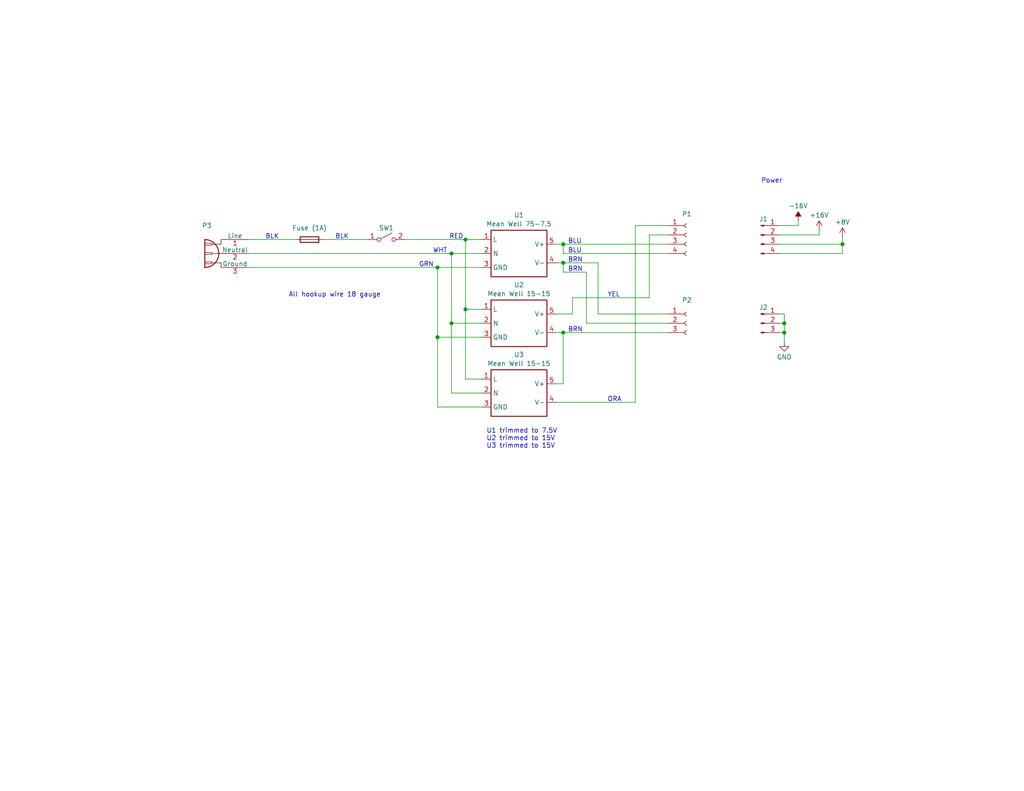
<source format=kicad_sch>
(kicad_sch (version 20230121) (generator eeschema)

  (uuid ea0c2822-2a3b-4318-a4e1-6ea16625a144)

  (paper "A")

  (title_block
    (title "Mini-Backplane")
    (date "2023-11-25")
    (rev "---")
  )

  (lib_symbols
    (symbol "mini-backplane:+16V" (power) (pin_names (offset 0)) (in_bom yes) (on_board yes)
      (property "Reference" "#PWR" (at 0 2.54 0)
        (effects (font (size 1.27 1.27)) hide)
      )
      (property "Value" "+16V" (at 0 3.556 0)
        (effects (font (size 1.27 1.27)))
      )
      (property "Footprint" "" (at 0 0 0)
        (effects (font (size 1.27 1.27)) hide)
      )
      (property "Datasheet" "" (at 0 0 0)
        (effects (font (size 1.27 1.27)) hide)
      )
      (symbol "+16V_0_1"
        (polyline
          (pts
            (xy -0.762 1.27)
            (xy 0 2.54)
          )
          (stroke (width 0) (type default))
          (fill (type none))
        )
        (polyline
          (pts
            (xy 0 0)
            (xy 0 2.54)
          )
          (stroke (width 0) (type default))
          (fill (type none))
        )
        (polyline
          (pts
            (xy 0 2.54)
            (xy 0.762 1.27)
          )
          (stroke (width 0) (type default))
          (fill (type none))
        )
      )
      (symbol "+16V_1_1"
        (pin power_in line (at 0 0 90) (length 0) hide
          (name "+16V" (effects (font (size 1.27 1.27))))
          (number "1" (effects (font (size 1.27 1.27))))
        )
      )
    )
    (symbol "mini-backplane:+8V" (power) (pin_names (offset 0)) (in_bom yes) (on_board yes)
      (property "Reference" "#PWR" (at 0 2.54 0)
        (effects (font (size 1.27 1.27)) hide)
      )
      (property "Value" "+8V" (at 0 3.556 0)
        (effects (font (size 1.27 1.27)))
      )
      (property "Footprint" "" (at 0 0 0)
        (effects (font (size 1.27 1.27)) hide)
      )
      (property "Datasheet" "" (at 0 0 0)
        (effects (font (size 1.27 1.27)) hide)
      )
      (symbol "+8V_0_1"
        (polyline
          (pts
            (xy -0.762 1.27)
            (xy 0 2.54)
          )
          (stroke (width 0) (type default))
          (fill (type none))
        )
        (polyline
          (pts
            (xy 0 0)
            (xy 0 2.54)
          )
          (stroke (width 0) (type default))
          (fill (type none))
        )
        (polyline
          (pts
            (xy 0 2.54)
            (xy 0.762 1.27)
          )
          (stroke (width 0) (type default))
          (fill (type none))
        )
      )
      (symbol "+8V_1_1"
        (pin power_in line (at 0 0 90) (length 0) hide
          (name "+8V" (effects (font (size 1.27 1.27))))
          (number "1" (effects (font (size 1.27 1.27))))
        )
      )
    )
    (symbol "mini-backplane:-16V" (power) (pin_names (offset 0)) (in_bom yes) (on_board yes)
      (property "Reference" "#PWR" (at 0 2.54 0)
        (effects (font (size 1.27 1.27)) hide)
      )
      (property "Value" "-16V" (at 0 3.81 0)
        (effects (font (size 1.27 1.27)))
      )
      (property "Footprint" "" (at 0 0 0)
        (effects (font (size 1.27 1.27)) hide)
      )
      (property "Datasheet" "" (at 0 0 0)
        (effects (font (size 1.27 1.27)) hide)
      )
      (symbol "-16V_0_1"
        (polyline
          (pts
            (xy 0 0)
            (xy 0 1.27)
            (xy 0.762 1.27)
            (xy 0 2.54)
            (xy -0.762 1.27)
            (xy 0 1.27)
          )
          (stroke (width 0) (type default))
          (fill (type outline))
        )
      )
      (symbol "-16V_1_0"
        (pin power_in line (at 0 0 90) (length 0) hide
          (name "-16V" (effects (font (size 1.27 1.27))))
          (number "1" (effects (font (size 1.27 1.27))))
        )
      )
    )
    (symbol "mini-backplane:Conn_01x03_Pin" (pin_names (offset 1.016) hide) (in_bom yes) (on_board yes)
      (property "Reference" "J" (at 0 5.08 0)
        (effects (font (size 1.27 1.27)))
      )
      (property "Value" "Conn_01x03_Pin" (at 0 -5.08 0)
        (effects (font (size 1.27 1.27)))
      )
      (property "Footprint" "" (at 0 0 0)
        (effects (font (size 1.27 1.27)) hide)
      )
      (property "Datasheet" "" (at 0 0 0)
        (effects (font (size 1.27 1.27)) hide)
      )
      (symbol "Conn_01x03_Pin_1_1"
        (polyline
          (pts
            (xy 1.27 -2.54)
            (xy 0.8636 -2.54)
          )
          (stroke (width 0.1524) (type default))
          (fill (type none))
        )
        (polyline
          (pts
            (xy 1.27 0)
            (xy 0.8636 0)
          )
          (stroke (width 0.1524) (type default))
          (fill (type none))
        )
        (polyline
          (pts
            (xy 1.27 2.54)
            (xy 0.8636 2.54)
          )
          (stroke (width 0.1524) (type default))
          (fill (type none))
        )
        (rectangle (start 0.8636 -2.413) (end 0 -2.667)
          (stroke (width 0.1524) (type default))
          (fill (type outline))
        )
        (rectangle (start 0.8636 0.127) (end 0 -0.127)
          (stroke (width 0.1524) (type default))
          (fill (type outline))
        )
        (rectangle (start 0.8636 2.667) (end 0 2.413)
          (stroke (width 0.1524) (type default))
          (fill (type outline))
        )
        (pin passive line (at 5.08 2.54 180) (length 3.81)
          (name "Pin_1" (effects (font (size 1.27 1.27))))
          (number "1" (effects (font (size 1.27 1.27))))
        )
        (pin passive line (at 5.08 0 180) (length 3.81)
          (name "Pin_2" (effects (font (size 1.27 1.27))))
          (number "2" (effects (font (size 1.27 1.27))))
        )
        (pin passive line (at 5.08 -2.54 180) (length 3.81)
          (name "Pin_3" (effects (font (size 1.27 1.27))))
          (number "3" (effects (font (size 1.27 1.27))))
        )
      )
    )
    (symbol "mini-backplane:Conn_01x03_Socket" (pin_names (offset 1.016) hide) (in_bom yes) (on_board yes)
      (property "Reference" "J" (at 0 5.08 0)
        (effects (font (size 1.27 1.27)))
      )
      (property "Value" "Conn_01x03_Socket" (at 0 -5.08 0)
        (effects (font (size 1.27 1.27)))
      )
      (property "Footprint" "" (at 0 0 0)
        (effects (font (size 1.27 1.27)) hide)
      )
      (property "Datasheet" "" (at 0 0 0)
        (effects (font (size 1.27 1.27)) hide)
      )
      (symbol "Conn_01x03_Socket_1_1"
        (arc (start 0 -2.032) (mid -0.5058 -2.54) (end 0 -3.048)
          (stroke (width 0.1524) (type default))
          (fill (type none))
        )
        (polyline
          (pts
            (xy -1.27 -2.54)
            (xy -0.508 -2.54)
          )
          (stroke (width 0.1524) (type default))
          (fill (type none))
        )
        (polyline
          (pts
            (xy -1.27 0)
            (xy -0.508 0)
          )
          (stroke (width 0.1524) (type default))
          (fill (type none))
        )
        (polyline
          (pts
            (xy -1.27 2.54)
            (xy -0.508 2.54)
          )
          (stroke (width 0.1524) (type default))
          (fill (type none))
        )
        (arc (start 0 0.508) (mid -0.5058 0) (end 0 -0.508)
          (stroke (width 0.1524) (type default))
          (fill (type none))
        )
        (arc (start 0 3.048) (mid -0.5058 2.54) (end 0 2.032)
          (stroke (width 0.1524) (type default))
          (fill (type none))
        )
        (pin passive line (at -5.08 2.54 0) (length 3.81)
          (name "Pin_1" (effects (font (size 1.27 1.27))))
          (number "1" (effects (font (size 1.27 1.27))))
        )
        (pin passive line (at -5.08 0 0) (length 3.81)
          (name "Pin_2" (effects (font (size 1.27 1.27))))
          (number "2" (effects (font (size 1.27 1.27))))
        )
        (pin passive line (at -5.08 -2.54 0) (length 3.81)
          (name "Pin_3" (effects (font (size 1.27 1.27))))
          (number "3" (effects (font (size 1.27 1.27))))
        )
      )
    )
    (symbol "mini-backplane:Conn_01x04_Pin" (pin_names (offset 1.016) hide) (in_bom yes) (on_board yes)
      (property "Reference" "J" (at 0 5.08 0)
        (effects (font (size 1.27 1.27)))
      )
      (property "Value" "Conn_01x04_Pin" (at 0 -7.62 0)
        (effects (font (size 1.27 1.27)))
      )
      (property "Footprint" "" (at 0 0 0)
        (effects (font (size 1.27 1.27)) hide)
      )
      (property "Datasheet" "" (at 0 0 0)
        (effects (font (size 1.27 1.27)) hide)
      )
      (symbol "Conn_01x04_Pin_1_1"
        (polyline
          (pts
            (xy 1.27 -5.08)
            (xy 0.8636 -5.08)
          )
          (stroke (width 0.1524) (type default))
          (fill (type none))
        )
        (polyline
          (pts
            (xy 1.27 -2.54)
            (xy 0.8636 -2.54)
          )
          (stroke (width 0.1524) (type default))
          (fill (type none))
        )
        (polyline
          (pts
            (xy 1.27 0)
            (xy 0.8636 0)
          )
          (stroke (width 0.1524) (type default))
          (fill (type none))
        )
        (polyline
          (pts
            (xy 1.27 2.54)
            (xy 0.8636 2.54)
          )
          (stroke (width 0.1524) (type default))
          (fill (type none))
        )
        (rectangle (start 0.8636 -4.953) (end 0 -5.207)
          (stroke (width 0.1524) (type default))
          (fill (type outline))
        )
        (rectangle (start 0.8636 -2.413) (end 0 -2.667)
          (stroke (width 0.1524) (type default))
          (fill (type outline))
        )
        (rectangle (start 0.8636 0.127) (end 0 -0.127)
          (stroke (width 0.1524) (type default))
          (fill (type outline))
        )
        (rectangle (start 0.8636 2.667) (end 0 2.413)
          (stroke (width 0.1524) (type default))
          (fill (type outline))
        )
        (pin passive line (at 5.08 2.54 180) (length 3.81)
          (name "Pin_1" (effects (font (size 1.27 1.27))))
          (number "1" (effects (font (size 1.27 1.27))))
        )
        (pin passive line (at 5.08 0 180) (length 3.81)
          (name "Pin_2" (effects (font (size 1.27 1.27))))
          (number "2" (effects (font (size 1.27 1.27))))
        )
        (pin passive line (at 5.08 -2.54 180) (length 3.81)
          (name "Pin_3" (effects (font (size 1.27 1.27))))
          (number "3" (effects (font (size 1.27 1.27))))
        )
        (pin passive line (at 5.08 -5.08 180) (length 3.81)
          (name "Pin_4" (effects (font (size 1.27 1.27))))
          (number "4" (effects (font (size 1.27 1.27))))
        )
      )
    )
    (symbol "mini-backplane:Conn_01x04_Socket" (pin_names (offset 1.016) hide) (in_bom yes) (on_board yes)
      (property "Reference" "J" (at 0 5.08 0)
        (effects (font (size 1.27 1.27)))
      )
      (property "Value" "Conn_01x04_Socket" (at 0 -7.62 0)
        (effects (font (size 1.27 1.27)))
      )
      (property "Footprint" "" (at 0 0 0)
        (effects (font (size 1.27 1.27)) hide)
      )
      (property "Datasheet" "" (at 0 0 0)
        (effects (font (size 1.27 1.27)) hide)
      )
      (symbol "Conn_01x04_Socket_1_1"
        (arc (start 0 -4.572) (mid -0.5058 -5.08) (end 0 -5.588)
          (stroke (width 0.1524) (type default))
          (fill (type none))
        )
        (arc (start 0 -2.032) (mid -0.5058 -2.54) (end 0 -3.048)
          (stroke (width 0.1524) (type default))
          (fill (type none))
        )
        (polyline
          (pts
            (xy -1.27 -5.08)
            (xy -0.508 -5.08)
          )
          (stroke (width 0.1524) (type default))
          (fill (type none))
        )
        (polyline
          (pts
            (xy -1.27 -2.54)
            (xy -0.508 -2.54)
          )
          (stroke (width 0.1524) (type default))
          (fill (type none))
        )
        (polyline
          (pts
            (xy -1.27 0)
            (xy -0.508 0)
          )
          (stroke (width 0.1524) (type default))
          (fill (type none))
        )
        (polyline
          (pts
            (xy -1.27 2.54)
            (xy -0.508 2.54)
          )
          (stroke (width 0.1524) (type default))
          (fill (type none))
        )
        (arc (start 0 0.508) (mid -0.5058 0) (end 0 -0.508)
          (stroke (width 0.1524) (type default))
          (fill (type none))
        )
        (arc (start 0 3.048) (mid -0.5058 2.54) (end 0 2.032)
          (stroke (width 0.1524) (type default))
          (fill (type none))
        )
        (pin passive line (at -5.08 2.54 0) (length 3.81)
          (name "Pin_1" (effects (font (size 1.27 1.27))))
          (number "1" (effects (font (size 1.27 1.27))))
        )
        (pin passive line (at -5.08 0 0) (length 3.81)
          (name "Pin_2" (effects (font (size 1.27 1.27))))
          (number "2" (effects (font (size 1.27 1.27))))
        )
        (pin passive line (at -5.08 -2.54 0) (length 3.81)
          (name "Pin_3" (effects (font (size 1.27 1.27))))
          (number "3" (effects (font (size 1.27 1.27))))
        )
        (pin passive line (at -5.08 -5.08 0) (length 3.81)
          (name "Pin_4" (effects (font (size 1.27 1.27))))
          (number "4" (effects (font (size 1.27 1.27))))
        )
      )
    )
    (symbol "mini-backplane:Conn_IEC" (pin_names (offset 0)) (in_bom yes) (on_board yes)
      (property "Reference" "J" (at 3.81 6.985 0)
        (effects (font (size 1.27 1.27)) (justify bottom))
      )
      (property "Value" "Conn_IEC" (at 5.08 -3.81 0)
        (effects (font (size 1.27 1.27)) (justify bottom))
      )
      (property "Footprint" "" (at -7.62 2.54 0)
        (effects (font (size 1.27 1.27)) hide)
      )
      (property "Datasheet" "" (at -7.62 2.54 0)
        (effects (font (size 1.27 1.27)) hide)
      )
      (symbol "Conn_IEC_0_1"
        (polyline
          (pts
            (xy 3.81 0)
            (xy 1.27 0)
          )
          (stroke (width 0) (type default))
          (fill (type none))
        )
        (polyline
          (pts
            (xy 3.81 2.54)
            (xy 0 2.54)
          )
          (stroke (width 0) (type default))
          (fill (type none))
        )
        (polyline
          (pts
            (xy 3.81 5.08)
            (xy 1.27 5.08)
          )
          (stroke (width 0) (type default))
          (fill (type none))
        )
        (polyline
          (pts
            (xy 5.715 -1.27)
            (xy 5.715 6.35)
          )
          (stroke (width 0.254) (type default))
          (fill (type none))
        )
        (rectangle (start 3.81 0.254) (end 5.715 -0.254)
          (stroke (width 0) (type default))
          (fill (type none))
        )
        (rectangle (start 3.81 2.794) (end 5.715 2.286)
          (stroke (width 0) (type default))
          (fill (type none))
        )
        (rectangle (start 3.81 5.334) (end 5.715 4.826)
          (stroke (width 0) (type default))
          (fill (type none))
        )
      )
      (symbol "Conn_IEC_1_1"
        (polyline
          (pts
            (xy 1.27 -1.27)
            (xy 1.27 0)
          )
          (stroke (width 0) (type default))
          (fill (type none))
        )
        (polyline
          (pts
            (xy 1.27 5.08)
            (xy 1.27 6.35)
          )
          (stroke (width 0) (type default))
          (fill (type none))
        )
        (arc (start 5.715 6.35) (mid 1.9216 2.54) (end 5.715 -1.27)
          (stroke (width 0.254) (type default))
          (fill (type none))
        )
        (pin power_in line (at -6.35 6.35 0) (length 7.62)
          (name "Line" (effects (font (size 1.27 1.27))))
          (number "1" (effects (font (size 1.27 1.27))))
        )
        (pin power_in line (at -6.35 2.54 0) (length 7.62)
          (name "Neutral" (effects (font (size 1.27 1.27))))
          (number "2" (effects (font (size 1.27 1.27))))
        )
        (pin passive line (at -6.35 -1.27 0) (length 7.62)
          (name "Ground" (effects (font (size 1.27 1.27))))
          (number "3" (effects (font (size 1.27 1.27))))
        )
      )
    )
    (symbol "mini-backplane:Fuse" (pin_numbers hide) (pin_names (offset 0)) (in_bom yes) (on_board yes)
      (property "Reference" "F" (at 2.032 0 90)
        (effects (font (size 1.27 1.27)))
      )
      (property "Value" "Fuse" (at -1.905 0 90)
        (effects (font (size 1.27 1.27)))
      )
      (property "Footprint" "" (at -1.778 0 90)
        (effects (font (size 1.27 1.27)) hide)
      )
      (property "Datasheet" "" (at 0 0 0)
        (effects (font (size 1.27 1.27)) hide)
      )
      (symbol "Fuse_0_1"
        (rectangle (start -0.762 -2.54) (end 0.762 2.54)
          (stroke (width 0.254) (type default))
          (fill (type none))
        )
        (polyline
          (pts
            (xy 0 2.54)
            (xy 0 -2.54)
          )
          (stroke (width 0) (type default))
          (fill (type none))
        )
      )
      (symbol "Fuse_1_1"
        (pin passive line (at 0 3.81 270) (length 1.27)
          (name "~" (effects (font (size 1.27 1.27))))
          (number "1" (effects (font (size 1.27 1.27))))
        )
        (pin passive line (at 0 -3.81 90) (length 1.27)
          (name "~" (effects (font (size 1.27 1.27))))
          (number "2" (effects (font (size 1.27 1.27))))
        )
      )
    )
    (symbol "mini-backplane:GND" (power) (pin_names (offset 0)) (in_bom yes) (on_board yes)
      (property "Reference" "#PWR" (at 0 -6.35 0)
        (effects (font (size 1.27 1.27)) hide)
      )
      (property "Value" "GND" (at 0 -3.81 0)
        (effects (font (size 1.27 1.27)))
      )
      (property "Footprint" "" (at 0 0 0)
        (effects (font (size 1.27 1.27)) hide)
      )
      (property "Datasheet" "" (at 0 0 0)
        (effects (font (size 1.27 1.27)) hide)
      )
      (symbol "GND_0_1"
        (polyline
          (pts
            (xy 0 0)
            (xy 0 -1.27)
            (xy 1.27 -1.27)
            (xy 0 -2.54)
            (xy -1.27 -1.27)
            (xy 0 -1.27)
          )
          (stroke (width 0) (type default))
          (fill (type none))
        )
      )
      (symbol "GND_1_1"
        (pin power_in line (at 0 0 270) (length 0) hide
          (name "GND" (effects (font (size 1.27 1.27))))
          (number "1" (effects (font (size 1.27 1.27))))
        )
      )
    )
    (symbol "mini-backplane:Mean_Well" (in_bom yes) (on_board yes)
      (property "Reference" "U" (at 0 7.62 0)
        (effects (font (size 1.27 1.27)))
      )
      (property "Value" "Mean_Well" (at 0 -7.62 0)
        (effects (font (size 1.27 1.27)))
      )
      (property "Footprint" "" (at 0 0 0)
        (effects (font (size 1.27 1.27)) hide)
      )
      (property "Datasheet" "" (at 0 0 0)
        (effects (font (size 1.27 1.27)) hide)
      )
      (symbol "Mean_Well_1_1"
        (rectangle (start -7.62 6.35) (end 7.62 -6.35)
          (stroke (width 0.254) (type default))
          (fill (type none))
        )
        (pin power_in line (at -10.16 3.81 0) (length 2.54)
          (name "L" (effects (font (size 1.27 1.27))))
          (number "1" (effects (font (size 1.27 1.27))))
        )
        (pin power_in line (at -10.16 0 0) (length 2.54)
          (name "N" (effects (font (size 1.27 1.27))))
          (number "2" (effects (font (size 1.27 1.27))))
        )
        (pin input line (at -10.16 -3.81 0) (length 2.54)
          (name "GND" (effects (font (size 1.27 1.27))))
          (number "3" (effects (font (size 1.27 1.27))))
        )
        (pin output line (at 10.16 -2.54 180) (length 2.54)
          (name "V-" (effects (font (size 1.27 1.27))))
          (number "4" (effects (font (size 1.27 1.27))))
        )
        (pin output line (at 10.16 2.54 180) (length 2.54)
          (name "V+" (effects (font (size 1.27 1.27))))
          (number "5" (effects (font (size 1.27 1.27))))
        )
      )
    )
    (symbol "mini-backplane:SW_SPST" (pin_names (offset 0) hide) (in_bom yes) (on_board yes)
      (property "Reference" "SW" (at 0 3.175 0)
        (effects (font (size 1.27 1.27)))
      )
      (property "Value" "SW_SPST" (at 0 -2.54 0)
        (effects (font (size 1.27 1.27)))
      )
      (property "Footprint" "" (at 0 0 0)
        (effects (font (size 1.27 1.27)) hide)
      )
      (property "Datasheet" "" (at 0 0 0)
        (effects (font (size 1.27 1.27)) hide)
      )
      (symbol "SW_SPST_0_0"
        (circle (center -2.032 0) (radius 0.508)
          (stroke (width 0) (type default))
          (fill (type none))
        )
        (polyline
          (pts
            (xy -1.524 0.254)
            (xy 1.524 1.778)
          )
          (stroke (width 0) (type default))
          (fill (type none))
        )
        (circle (center 2.032 0) (radius 0.508)
          (stroke (width 0) (type default))
          (fill (type none))
        )
      )
      (symbol "SW_SPST_1_1"
        (pin passive line (at -5.08 0 0) (length 2.54)
          (name "A" (effects (font (size 1.27 1.27))))
          (number "1" (effects (font (size 1.27 1.27))))
        )
        (pin passive line (at 5.08 0 180) (length 2.54)
          (name "B" (effects (font (size 1.27 1.27))))
          (number "2" (effects (font (size 1.27 1.27))))
        )
      )
    )
  )

  (junction (at 153.67 71.755) (diameter 0) (color 0 0 0 0)
    (uuid 0b981135-813f-4038-9bd4-778105f7435f)
  )
  (junction (at 127 84.455) (diameter 0) (color 0 0 0 0)
    (uuid 14e6c1ff-76b6-4dba-b172-daf21a42a6a5)
  )
  (junction (at 229.87 66.675) (diameter 0) (color 0 0 0 0)
    (uuid 16f6f441-3073-4d89-a178-3a7d0019e2e1)
  )
  (junction (at 153.67 90.805) (diameter 0) (color 0 0 0 0)
    (uuid 2a58b0fa-a5d6-4fde-ba70-0529adeaef38)
  )
  (junction (at 119.38 73.025) (diameter 0) (color 0 0 0 0)
    (uuid 38ec83db-4300-43c4-8895-ce78d96fa562)
  )
  (junction (at 153.67 66.675) (diameter 0) (color 0 0 0 0)
    (uuid 4dc6cf1b-03c7-4b9f-bc59-8c27b703426f)
  )
  (junction (at 127 65.405) (diameter 0) (color 0 0 0 0)
    (uuid 500fe064-16f2-47f6-bb0c-7c0ecd772498)
  )
  (junction (at 119.38 92.075) (diameter 0) (color 0 0 0 0)
    (uuid 7e498f27-2737-473c-9372-74a01771945d)
  )
  (junction (at 123.19 69.215) (diameter 0) (color 0 0 0 0)
    (uuid a5951b76-d331-46a9-8ee1-c28c531081bd)
  )
  (junction (at 123.19 88.265) (diameter 0) (color 0 0 0 0)
    (uuid cc982078-eb0e-47da-ae76-f8960fbf30d0)
  )
  (junction (at 213.995 90.805) (diameter 0) (color 0 0 0 0)
    (uuid ec5d4be7-ccac-4b95-97a3-a737b3c5795c)
  )
  (junction (at 213.995 88.265) (diameter 0) (color 0 0 0 0)
    (uuid fc42ad92-b8c7-4849-b45f-e212f09fb696)
  )

  (wire (pts (xy 212.725 66.675) (xy 229.87 66.675))
    (stroke (width 0) (type default))
    (uuid 0e2bb914-2c25-4afa-891a-9a41bc83e890)
  )
  (wire (pts (xy 123.19 107.315) (xy 131.445 107.315))
    (stroke (width 0) (type default))
    (uuid 1a58091a-da38-4eed-9541-f3929a95978c)
  )
  (wire (pts (xy 119.38 92.075) (xy 119.38 111.125))
    (stroke (width 0) (type default))
    (uuid 1c267b44-2de5-430e-bde4-84bea2e0a10b)
  )
  (wire (pts (xy 173.355 61.595) (xy 173.355 109.855))
    (stroke (width 0) (type default))
    (uuid 23b1f404-f926-4fcd-a1ed-bca2ebf1a2f4)
  )
  (wire (pts (xy 229.87 66.675) (xy 229.87 64.77))
    (stroke (width 0) (type default))
    (uuid 2f144415-2c30-4bf9-860a-9d2fb2471fde)
  )
  (wire (pts (xy 127 65.405) (xy 131.445 65.405))
    (stroke (width 0) (type default))
    (uuid 36b420e4-0d16-4927-981e-ba13f3694722)
  )
  (wire (pts (xy 119.38 92.075) (xy 131.445 92.075))
    (stroke (width 0) (type default))
    (uuid 3973dc85-b8e2-4899-80c0-c1c5d0653494)
  )
  (wire (pts (xy 153.67 104.775) (xy 153.67 90.805))
    (stroke (width 0) (type default))
    (uuid 426201c9-8bcb-4479-bde0-2fb256b186b7)
  )
  (wire (pts (xy 110.49 65.405) (xy 127 65.405))
    (stroke (width 0) (type default))
    (uuid 4640ef29-1f2f-4901-a106-5c8cc8ea8250)
  )
  (wire (pts (xy 151.765 66.675) (xy 153.67 66.675))
    (stroke (width 0) (type default))
    (uuid 46467123-c466-4e4a-84ae-3e3e65a58184)
  )
  (wire (pts (xy 177.165 64.135) (xy 182.245 64.135))
    (stroke (width 0) (type default))
    (uuid 485f53e5-3c11-44ec-bb2a-c4ac5eacde15)
  )
  (wire (pts (xy 67.945 73.025) (xy 119.38 73.025))
    (stroke (width 0) (type default))
    (uuid 4983167c-d594-4e6e-8815-b7a80ed22373)
  )
  (wire (pts (xy 123.19 88.265) (xy 131.445 88.265))
    (stroke (width 0) (type default))
    (uuid 4a7ef896-4e30-47d6-b999-9a74fe8b6b9f)
  )
  (wire (pts (xy 153.67 66.675) (xy 182.245 66.675))
    (stroke (width 0) (type default))
    (uuid 4ae92c3e-e768-4a8a-b712-71e300cef923)
  )
  (wire (pts (xy 177.165 81.28) (xy 177.165 64.135))
    (stroke (width 0) (type default))
    (uuid 4cd5c2c9-a17f-4b11-ab56-34dd75e5007f)
  )
  (wire (pts (xy 151.765 90.805) (xy 153.67 90.805))
    (stroke (width 0) (type default))
    (uuid 4e3f5e62-2884-442d-b9e6-12c8b5b62f89)
  )
  (wire (pts (xy 212.725 85.725) (xy 213.995 85.725))
    (stroke (width 0) (type default))
    (uuid 5d1585ec-219d-4f41-b8b0-53b4b5af13bd)
  )
  (wire (pts (xy 127 84.455) (xy 127 103.505))
    (stroke (width 0) (type default))
    (uuid 5d7f889a-d309-40a5-847f-ee5aaa52ffe2)
  )
  (wire (pts (xy 127 84.455) (xy 131.445 84.455))
    (stroke (width 0) (type default))
    (uuid 5e02926e-2a75-4be2-b10f-fb174295093d)
  )
  (wire (pts (xy 119.38 111.125) (xy 131.445 111.125))
    (stroke (width 0) (type default))
    (uuid 628a3177-3ac4-446a-a1b4-73e7c2714968)
  )
  (wire (pts (xy 163.195 71.755) (xy 153.67 71.755))
    (stroke (width 0) (type default))
    (uuid 6d8cff15-6145-4bd3-b2a2-8cfb80baca55)
  )
  (wire (pts (xy 119.38 73.025) (xy 119.38 92.075))
    (stroke (width 0) (type default))
    (uuid 7464e034-2362-4968-8eee-f0af34f010e2)
  )
  (wire (pts (xy 173.355 61.595) (xy 182.245 61.595))
    (stroke (width 0) (type default))
    (uuid 747bb750-d7dc-43d2-9b9a-45474bc0bd09)
  )
  (wire (pts (xy 123.19 88.265) (xy 123.19 107.315))
    (stroke (width 0) (type default))
    (uuid 7d581d7e-ed56-4101-bf3a-cf7e80787b2b)
  )
  (wire (pts (xy 212.725 88.265) (xy 213.995 88.265))
    (stroke (width 0) (type default))
    (uuid 7e2a2f97-3017-4597-8d7b-71a4e994e52b)
  )
  (wire (pts (xy 229.87 69.215) (xy 229.87 66.675))
    (stroke (width 0) (type default))
    (uuid 8b17eaef-0613-43bb-bf01-605502cf4d95)
  )
  (wire (pts (xy 182.245 85.725) (xy 163.195 85.725))
    (stroke (width 0) (type default))
    (uuid 8f02e951-6c49-426b-b6ba-6f7e1e2c2793)
  )
  (wire (pts (xy 151.765 104.775) (xy 153.67 104.775))
    (stroke (width 0) (type default))
    (uuid 8f2bd55b-8ca5-4221-8a86-f4816fae0736)
  )
  (wire (pts (xy 223.52 64.135) (xy 223.52 62.865))
    (stroke (width 0) (type default))
    (uuid 9290d637-aa90-40a4-a034-be17ca8f5368)
  )
  (wire (pts (xy 67.945 69.215) (xy 123.19 69.215))
    (stroke (width 0) (type default))
    (uuid 92c5fab7-f3db-433c-a798-8d00acb737aa)
  )
  (wire (pts (xy 212.725 69.215) (xy 229.87 69.215))
    (stroke (width 0) (type default))
    (uuid 93c93f30-1c9b-4675-aafa-2456ca7b5d01)
  )
  (wire (pts (xy 88.265 65.405) (xy 100.33 65.405))
    (stroke (width 0) (type default))
    (uuid 94b0d04b-ca5d-496d-a692-05fed4aea11e)
  )
  (wire (pts (xy 213.995 90.805) (xy 213.995 93.345))
    (stroke (width 0) (type default))
    (uuid 9635659f-ede2-4f3c-8185-732de44f72c1)
  )
  (wire (pts (xy 213.995 88.265) (xy 213.995 90.805))
    (stroke (width 0) (type default))
    (uuid 9833b620-760c-403b-868e-0270b8d40614)
  )
  (wire (pts (xy 156.21 85.725) (xy 156.21 81.28))
    (stroke (width 0) (type default))
    (uuid 9873f6fd-462e-4f2e-9976-5288811032a0)
  )
  (wire (pts (xy 67.945 65.405) (xy 80.645 65.405))
    (stroke (width 0) (type default))
    (uuid a9a954d6-465a-4708-8de9-10409dbf87a4)
  )
  (wire (pts (xy 156.21 81.28) (xy 177.165 81.28))
    (stroke (width 0) (type default))
    (uuid b480459c-f6d8-42e9-ad40-216fe40adb89)
  )
  (wire (pts (xy 151.765 109.855) (xy 173.355 109.855))
    (stroke (width 0) (type default))
    (uuid b7577e23-4501-4e77-a9ab-08b205ab8e30)
  )
  (wire (pts (xy 119.38 73.025) (xy 131.445 73.025))
    (stroke (width 0) (type default))
    (uuid b8a74de2-8562-4b7b-a41d-ce133233fa76)
  )
  (wire (pts (xy 153.67 90.805) (xy 182.245 90.805))
    (stroke (width 0) (type default))
    (uuid bb4401eb-3436-4dd6-a4e4-0fcebe1c89c6)
  )
  (wire (pts (xy 127 103.505) (xy 131.445 103.505))
    (stroke (width 0) (type default))
    (uuid c2a621d6-2735-4ef6-a5eb-98885f2bc9c0)
  )
  (wire (pts (xy 151.765 85.725) (xy 156.21 85.725))
    (stroke (width 0) (type default))
    (uuid c56679ee-74e2-41b3-a78a-f351a53243bd)
  )
  (wire (pts (xy 212.725 61.595) (xy 217.805 61.595))
    (stroke (width 0) (type default))
    (uuid c8204df2-3187-4e99-9d3b-747317d71edc)
  )
  (wire (pts (xy 212.725 90.805) (xy 213.995 90.805))
    (stroke (width 0) (type default))
    (uuid c945a515-3eaf-467b-816d-418f20169ef6)
  )
  (wire (pts (xy 213.995 85.725) (xy 213.995 88.265))
    (stroke (width 0) (type default))
    (uuid ce2132cb-6186-48c7-b92c-2bd0a317ca67)
  )
  (wire (pts (xy 160.02 74.295) (xy 153.67 74.295))
    (stroke (width 0) (type default))
    (uuid d0aa646e-d3ec-41ff-a087-f4fc14475855)
  )
  (wire (pts (xy 127 65.405) (xy 127 84.455))
    (stroke (width 0) (type default))
    (uuid d1ec91d0-2c03-42f3-9f6b-663c3a198c0e)
  )
  (wire (pts (xy 163.195 85.725) (xy 163.195 71.755))
    (stroke (width 0) (type default))
    (uuid d93b5a80-6aeb-430d-943c-9a8c9be95395)
  )
  (wire (pts (xy 153.67 71.755) (xy 151.765 71.755))
    (stroke (width 0) (type default))
    (uuid d97b8f1f-0f9b-415f-98a0-02342c94801b)
  )
  (wire (pts (xy 182.245 69.215) (xy 153.67 69.215))
    (stroke (width 0) (type default))
    (uuid db1d0d0a-f120-44a8-8612-05ee530682ca)
  )
  (wire (pts (xy 153.67 69.215) (xy 153.67 66.675))
    (stroke (width 0) (type default))
    (uuid dfdebb07-cbf2-48f3-a085-d3bd1d9555fb)
  )
  (wire (pts (xy 182.245 88.265) (xy 160.02 88.265))
    (stroke (width 0) (type default))
    (uuid e00eaf36-23a1-4f75-b434-edf10c28aa4f)
  )
  (wire (pts (xy 212.725 64.135) (xy 223.52 64.135))
    (stroke (width 0) (type default))
    (uuid e19d74a6-5311-43e7-a43b-3d683150e1b9)
  )
  (wire (pts (xy 123.19 69.215) (xy 123.19 88.265))
    (stroke (width 0) (type default))
    (uuid e7b99873-89be-4f39-8380-759e1fb16446)
  )
  (wire (pts (xy 123.19 69.215) (xy 131.445 69.215))
    (stroke (width 0) (type default))
    (uuid ec227a80-7bc6-424d-82f2-d10edf7f0173)
  )
  (wire (pts (xy 160.02 88.265) (xy 160.02 74.295))
    (stroke (width 0) (type default))
    (uuid ef186e92-44f7-450a-ad7b-9d5bf401808f)
  )
  (wire (pts (xy 217.805 61.595) (xy 217.805 60.325))
    (stroke (width 0) (type default))
    (uuid efa286ee-4585-4694-abd2-693e98ad28d5)
  )
  (wire (pts (xy 153.67 74.295) (xy 153.67 71.755))
    (stroke (width 0) (type default))
    (uuid f55b634f-8c4c-44d5-8091-1d3c5f20e183)
  )

  (text "BRN" (at 154.94 90.805 0)
    (effects (font (size 1.27 1.27)) (justify left bottom))
    (uuid 0121ed48-c496-4a67-8f7c-627e3bd96c13)
  )
  (text "All hookup wire 18 gauge" (at 78.74 81.28 0)
    (effects (font (size 1.27 1.27)) (justify left bottom))
    (uuid 127cf963-21e6-4455-abce-6d503f1e2455)
  )
  (text "BRN" (at 154.94 71.755 0)
    (effects (font (size 1.27 1.27)) (justify left bottom))
    (uuid 157df4d4-22af-470e-a1f8-801a125053d1)
  )
  (text "RED" (at 122.555 65.405 0)
    (effects (font (size 1.27 1.27)) (justify left bottom))
    (uuid 20d6d07c-839f-486f-a032-2f6137af294b)
  )
  (text "ORA" (at 165.735 109.855 0)
    (effects (font (size 1.27 1.27)) (justify left bottom))
    (uuid 7640626b-9dc8-4001-8f31-36c7d065ba0d)
  )
  (text "BLU" (at 154.94 66.675 0)
    (effects (font (size 1.27 1.27)) (justify left bottom))
    (uuid 85ee5ed5-9c62-4f38-abc7-4829620298aa)
  )
  (text "BLK" (at 72.39 65.405 0)
    (effects (font (size 1.27 1.27)) (justify left bottom))
    (uuid 93db33d8-158e-4224-8449-e20f5ce44f2e)
  )
  (text "YEL" (at 165.735 81.28 0)
    (effects (font (size 1.27 1.27)) (justify left bottom))
    (uuid 96b10146-0e42-4181-bf5c-0cde15e623fc)
  )
  (text "GRN" (at 114.3 73.025 0)
    (effects (font (size 1.27 1.27)) (justify left bottom))
    (uuid ada2e258-16cb-4f77-bded-7b087070e651)
  )
  (text "Power" (at 207.645 50.165 0)
    (effects (font (size 1.27 1.27)) (justify left bottom))
    (uuid af1b92b3-cbd8-4d4b-a800-749e7961c21c)
  )
  (text "U1 trimmed to 7.5V\nU2 trimmed to 15V\nU3 trimmed to 15V"
    (at 132.715 122.555 0)
    (effects (font (size 1.27 1.27)) (justify left bottom))
    (uuid b0362447-70a8-44d2-88ce-0bd46f1bd854)
  )
  (text "4-slot S-100 Bus Mini-Backplane - Power" (at 440.69 396.875 0)
    (effects (font (size 2.54 2.54)) (justify left bottom))
    (uuid b97a0b67-1c37-4fe8-bc1a-2f64fc847e78)
  )
  (text "WHT" (at 118.11 69.215 0)
    (effects (font (size 1.27 1.27)) (justify left bottom))
    (uuid c3a94675-8177-4234-8540-bed123670aa4)
  )
  (text "BLK" (at 91.44 65.405 0)
    (effects (font (size 1.27 1.27)) (justify left bottom))
    (uuid dcfb5049-281a-4ea2-ac4b-eb9a34ba6ac8)
  )
  (text "BRN" (at 154.94 74.295 0)
    (effects (font (size 1.27 1.27)) (justify left bottom))
    (uuid ec4853c1-6af3-4c77-985d-82299ef76df2)
  )
  (text "BLU" (at 154.94 69.215 0)
    (effects (font (size 1.27 1.27)) (justify left bottom))
    (uuid f41b5bcc-8a14-4d73-9693-69c32b109722)
  )

  (symbol (lib_id "mini-backplane:Conn_01x03_Pin") (at 207.645 88.265 0) (unit 1)
    (in_bom yes) (on_board yes) (dnp no) (fields_autoplaced)
    (uuid 1ed4e13e-8878-489e-9653-16c1296cc4f3)
    (property "Reference" "J2" (at 208.28 83.9287 0)
      (effects (font (size 1.27 1.27)))
    )
    (property "Value" "Conn_01x03_Pin" (at 208.28 83.9287 0)
      (effects (font (size 1.27 1.27)) hide)
    )
    (property "Footprint" "mini-backplane:AMP_640445-3" (at 207.645 88.265 0)
      (effects (font (size 1.27 1.27)) hide)
    )
    (property "Datasheet" "" (at 207.645 88.265 0)
      (effects (font (size 1.27 1.27)) hide)
    )
    (pin "1" (uuid 7a26938d-8fc0-43cf-a129-4ba3f395e7d9))
    (pin "2" (uuid 9525e7c5-d563-4346-b755-cba6b8f455f9))
    (pin "3" (uuid 17749b83-a4c4-4b6b-9c17-a0ffd9793df9))
    (instances
      (project "mini-backplane - power"
        (path "/ea0c2822-2a3b-4318-a4e1-6ea16625a144"
          (reference "J2") (unit 1)
        )
      )
    )
  )

  (symbol (lib_id "mini-backplane:Fuse") (at 84.455 65.405 270) (unit 1)
    (in_bom yes) (on_board yes) (dnp no)
    (uuid 29bec6d0-daeb-4412-bfa3-efd35279cf57)
    (property "Reference" "F1" (at 84.455 60.4987 90)
      (effects (font (size 1.27 1.27)) hide)
    )
    (property "Value" "Fuse (1A)" (at 84.455 62.23 90)
      (effects (font (size 1.27 1.27)))
    )
    (property "Footprint" "" (at 84.455 63.627 90)
      (effects (font (size 1.27 1.27)) hide)
    )
    (property "Datasheet" "" (at 84.455 65.405 0)
      (effects (font (size 1.27 1.27)) hide)
    )
    (pin "1" (uuid bcf32663-ec4c-43f3-9266-ae4b8b2a0c5a))
    (pin "2" (uuid 50139cf6-a39e-42cf-91bf-3e0a70786d7d))
    (instances
      (project "mini-backplane - power"
        (path "/ea0c2822-2a3b-4318-a4e1-6ea16625a144"
          (reference "F1") (unit 1)
        )
      )
    )
  )

  (symbol (lib_id "mini-backplane:GND") (at 213.995 93.345 0) (unit 1)
    (in_bom yes) (on_board yes) (dnp no) (fields_autoplaced)
    (uuid 2ffdad6b-19c8-41b6-94c1-b8996831c5ea)
    (property "Reference" "#PWR0103" (at 213.995 99.695 0)
      (effects (font (size 1.27 1.27)) hide)
    )
    (property "Value" "GND" (at 213.995 97.4781 0)
      (effects (font (size 1.27 1.27)))
    )
    (property "Footprint" "" (at 213.995 93.345 0)
      (effects (font (size 1.27 1.27)) hide)
    )
    (property "Datasheet" "" (at 213.995 93.345 0)
      (effects (font (size 1.27 1.27)) hide)
    )
    (pin "1" (uuid 60903d72-e44c-42cc-9909-1442118c246b))
    (instances
      (project "mini-backplane - power"
        (path "/ea0c2822-2a3b-4318-a4e1-6ea16625a144"
          (reference "#PWR0103") (unit 1)
        )
      )
    )
  )

  (symbol (lib_id "mini-backplane:Mean_Well") (at 141.605 69.215 0) (unit 1)
    (in_bom yes) (on_board yes) (dnp no) (fields_autoplaced)
    (uuid 39f19788-16ef-4929-b2f3-5faa16cbbd60)
    (property "Reference" "U1" (at 141.605 58.7207 0)
      (effects (font (size 1.27 1.27)))
    )
    (property "Value" "Mean Well 75-7.5" (at 141.605 61.1449 0)
      (effects (font (size 1.27 1.27)))
    )
    (property "Footprint" "" (at 141.605 69.215 0)
      (effects (font (size 1.27 1.27)) hide)
    )
    (property "Datasheet" "" (at 141.605 69.215 0)
      (effects (font (size 1.27 1.27)) hide)
    )
    (pin "1" (uuid f7ee4774-2128-4b76-8eba-02e88438e054))
    (pin "2" (uuid a27c5db0-721f-45ae-8e21-69e99b7c137d))
    (pin "3" (uuid c78b8c2c-4feb-4fec-9225-19b167071fa6))
    (pin "4" (uuid f83be415-0b6a-4f00-9a1e-87a7b7a7c814))
    (pin "5" (uuid 6496dac4-9f53-4ab1-9499-8c02e25c8e3a))
    (instances
      (project "mini-backplane - power"
        (path "/ea0c2822-2a3b-4318-a4e1-6ea16625a144"
          (reference "U1") (unit 1)
        )
      )
    )
  )

  (symbol (lib_id "mini-backplane:+8V") (at 229.87 64.77 0) (unit 1)
    (in_bom yes) (on_board yes) (dnp no) (fields_autoplaced)
    (uuid 3e2ff39f-1a80-4dcd-96d4-6de5ced58b45)
    (property "Reference" "#PWR0104" (at 229.87 62.23 0)
      (effects (font (size 1.27 1.27)) hide)
    )
    (property "Value" "+8V" (at 229.87 60.6369 0)
      (effects (font (size 1.27 1.27)))
    )
    (property "Footprint" "" (at 229.87 64.77 0)
      (effects (font (size 1.27 1.27)) hide)
    )
    (property "Datasheet" "" (at 229.87 64.77 0)
      (effects (font (size 1.27 1.27)) hide)
    )
    (pin "1" (uuid 29e2cf69-f45f-474d-ab4d-636da3484af0))
    (instances
      (project "mini-backplane - power"
        (path "/ea0c2822-2a3b-4318-a4e1-6ea16625a144"
          (reference "#PWR0104") (unit 1)
        )
      )
    )
  )

  (symbol (lib_id "mini-backplane:-16V") (at 217.805 60.325 0) (unit 1)
    (in_bom yes) (on_board yes) (dnp no) (fields_autoplaced)
    (uuid 567cfa11-ac02-421e-b065-65e8a79224bd)
    (property "Reference" "#PWR0106" (at 217.805 57.785 0)
      (effects (font (size 1.27 1.27)) hide)
    )
    (property "Value" "-16V" (at 217.805 56.1919 0)
      (effects (font (size 1.27 1.27)))
    )
    (property "Footprint" "" (at 217.805 60.325 0)
      (effects (font (size 1.27 1.27)) hide)
    )
    (property "Datasheet" "" (at 217.805 60.325 0)
      (effects (font (size 1.27 1.27)) hide)
    )
    (pin "1" (uuid 52415b71-3ca2-48f8-a4fb-c08da8a1b842))
    (instances
      (project "mini-backplane - power"
        (path "/ea0c2822-2a3b-4318-a4e1-6ea16625a144"
          (reference "#PWR0106") (unit 1)
        )
      )
    )
  )

  (symbol (lib_id "mini-backplane:Conn_01x04_Pin") (at 207.645 64.135 0) (unit 1)
    (in_bom yes) (on_board yes) (dnp no) (fields_autoplaced)
    (uuid 753e08c6-c908-4163-a5f3-9785dbe23439)
    (property "Reference" "J1" (at 208.28 59.7987 0)
      (effects (font (size 1.27 1.27)))
    )
    (property "Value" "Conn_01x04_Pin" (at 208.28 59.7987 0)
      (effects (font (size 1.27 1.27)) hide)
    )
    (property "Footprint" "mini-backplane:AMP_640445-4" (at 207.645 64.135 0)
      (effects (font (size 1.27 1.27)) hide)
    )
    (property "Datasheet" "" (at 207.645 64.135 0)
      (effects (font (size 1.27 1.27)) hide)
    )
    (pin "1" (uuid d4efd036-aa38-4b82-ad57-eec1910dc71d))
    (pin "2" (uuid cd03b27a-f051-4260-9bc3-bc199aefa662))
    (pin "3" (uuid 3ff8f901-fa6a-4ce9-a2e1-afccfd239991))
    (pin "4" (uuid 655038dc-c155-422c-87ee-70446b139ea5))
    (instances
      (project "mini-backplane - power"
        (path "/ea0c2822-2a3b-4318-a4e1-6ea16625a144"
          (reference "J1") (unit 1)
        )
      )
    )
  )

  (symbol (lib_id "mini-backplane:SW_SPST") (at 105.41 65.405 0) (unit 1)
    (in_bom yes) (on_board yes) (dnp no)
    (uuid 7b389807-d487-4d6c-8e2b-fcfcae841f22)
    (property "Reference" "SW1" (at 105.41 62.23 0)
      (effects (font (size 1.27 1.27)))
    )
    (property "Value" "SW_SPST" (at 105.41 62.0339 0)
      (effects (font (size 1.27 1.27)) hide)
    )
    (property "Footprint" "" (at 105.41 65.405 0)
      (effects (font (size 1.27 1.27)) hide)
    )
    (property "Datasheet" "" (at 105.41 65.405 0)
      (effects (font (size 1.27 1.27)) hide)
    )
    (pin "1" (uuid 7af4c37e-4b0d-4766-9dc4-5c1700863c4e))
    (pin "2" (uuid f8b45a96-3ab6-4035-a590-db8d160b6549))
    (instances
      (project "mini-backplane - power"
        (path "/ea0c2822-2a3b-4318-a4e1-6ea16625a144"
          (reference "SW1") (unit 1)
        )
      )
    )
  )

  (symbol (lib_id "mini-backplane:Mean_Well") (at 141.605 88.265 0) (unit 1)
    (in_bom yes) (on_board yes) (dnp no) (fields_autoplaced)
    (uuid 7c6b08ee-e826-40f0-a455-548ee5a25bf5)
    (property "Reference" "U2" (at 141.605 77.7707 0)
      (effects (font (size 1.27 1.27)))
    )
    (property "Value" "Mean Well 15-15" (at 141.605 80.1949 0)
      (effects (font (size 1.27 1.27)))
    )
    (property "Footprint" "" (at 141.605 88.265 0)
      (effects (font (size 1.27 1.27)) hide)
    )
    (property "Datasheet" "" (at 141.605 88.265 0)
      (effects (font (size 1.27 1.27)) hide)
    )
    (pin "1" (uuid a341ee71-2e35-4084-a08a-328f8beda7de))
    (pin "2" (uuid fbeed7ae-cc36-4ade-9e26-58641168c4ec))
    (pin "3" (uuid 0ae96132-7e0a-4750-9ce1-f3ea2124a787))
    (pin "4" (uuid 2d4678ec-50fa-4697-8441-343ea8f63933))
    (pin "5" (uuid 49a0ca1a-c8de-4507-93c9-3176b827d5e2))
    (instances
      (project "mini-backplane - power"
        (path "/ea0c2822-2a3b-4318-a4e1-6ea16625a144"
          (reference "U2") (unit 1)
        )
      )
    )
  )

  (symbol (lib_id "mini-backplane:Conn_01x03_Socket") (at 187.325 88.265 0) (unit 1)
    (in_bom yes) (on_board yes) (dnp no)
    (uuid 88e80863-af2c-4cbb-8bfd-b6cc7c4528c2)
    (property "Reference" "P2" (at 186.055 81.915 0)
      (effects (font (size 1.27 1.27)) (justify left))
    )
    (property "Value" "Conn_01x03_Socket" (at 188.0362 89.4771 0)
      (effects (font (size 1.27 1.27)) (justify left) hide)
    )
    (property "Footprint" "" (at 187.325 88.265 0)
      (effects (font (size 1.27 1.27)) hide)
    )
    (property "Datasheet" "" (at 187.325 88.265 0)
      (effects (font (size 1.27 1.27)) hide)
    )
    (pin "1" (uuid aa4202dd-20d6-4b8b-9cd0-f52967e3e6bc))
    (pin "2" (uuid 8e10d5d5-9abc-4e7e-9471-abb146dc5831))
    (pin "3" (uuid 5014f83c-3b85-41ef-822b-9e4367894963))
    (instances
      (project "mini-backplane - power"
        (path "/ea0c2822-2a3b-4318-a4e1-6ea16625a144"
          (reference "P2") (unit 1)
        )
      )
    )
  )

  (symbol (lib_id "mini-backplane:Conn_IEC") (at 61.595 71.755 0) (mirror y) (unit 1)
    (in_bom yes) (on_board yes) (dnp no)
    (uuid c8c7f63d-943e-4de4-b64b-a9aacbce8068)
    (property "Reference" "P3" (at 57.785 61.595 0)
      (effects (font (size 1.27 1.27)) (justify left))
    )
    (property "Value" "Conn_IEC" (at 55.118 70.4271 0)
      (effects (font (size 1.27 1.27)) (justify left) hide)
    )
    (property "Footprint" "" (at 69.215 69.215 0)
      (effects (font (size 1.27 1.27)) hide)
    )
    (property "Datasheet" "" (at 69.215 69.215 0)
      (effects (font (size 1.27 1.27)) hide)
    )
    (pin "1" (uuid c3f05a69-c2d9-41aa-85f8-4c7e41055129))
    (pin "2" (uuid 70617e8a-1088-40aa-a9f8-a472c883217f))
    (pin "3" (uuid bb0b15b7-f42e-4a18-8d1b-c98476ed8d44))
    (instances
      (project "mini-backplane - power"
        (path "/ea0c2822-2a3b-4318-a4e1-6ea16625a144"
          (reference "P3") (unit 1)
        )
      )
    )
  )

  (symbol (lib_id "mini-backplane:+16V") (at 223.52 62.865 0) (unit 1)
    (in_bom yes) (on_board yes) (dnp no) (fields_autoplaced)
    (uuid e7cddda8-1873-4a40-bc44-13db7f338a1e)
    (property "Reference" "#PWR0105" (at 223.52 60.325 0)
      (effects (font (size 1.27 1.27)) hide)
    )
    (property "Value" "+16V" (at 223.52 58.7319 0)
      (effects (font (size 1.27 1.27)))
    )
    (property "Footprint" "" (at 223.52 62.865 0)
      (effects (font (size 1.27 1.27)) hide)
    )
    (property "Datasheet" "" (at 223.52 62.865 0)
      (effects (font (size 1.27 1.27)) hide)
    )
    (pin "1" (uuid dd2f422c-22e9-4477-8077-e145b603475a))
    (instances
      (project "mini-backplane - power"
        (path "/ea0c2822-2a3b-4318-a4e1-6ea16625a144"
          (reference "#PWR0105") (unit 1)
        )
      )
    )
  )

  (symbol (lib_id "mini-backplane:Conn_01x04_Socket") (at 187.325 64.135 0) (unit 1)
    (in_bom yes) (on_board yes) (dnp no)
    (uuid ec9ef1f0-1554-4cc1-a427-7d6d2cd9e70c)
    (property "Reference" "P1" (at 186.055 58.42 0)
      (effects (font (size 1.27 1.27)) (justify left))
    )
    (property "Value" "Conn_01x04_Socket" (at 188.0362 66.6171 0)
      (effects (font (size 1.27 1.27)) (justify left) hide)
    )
    (property "Footprint" "" (at 187.325 64.135 0)
      (effects (font (size 1.27 1.27)) hide)
    )
    (property "Datasheet" "" (at 187.325 64.135 0)
      (effects (font (size 1.27 1.27)) hide)
    )
    (pin "1" (uuid 4aa0351b-fc1b-4f71-8c12-ca896a73081d))
    (pin "2" (uuid cd92eb2c-f20c-4418-9dab-35cf4e05eff1))
    (pin "3" (uuid 8b44283e-e603-45fe-bf75-2cc01ac6454c))
    (pin "4" (uuid 10d371ab-4549-4b42-986b-fe15fb10fab7))
    (instances
      (project "mini-backplane - power"
        (path "/ea0c2822-2a3b-4318-a4e1-6ea16625a144"
          (reference "P1") (unit 1)
        )
      )
    )
  )

  (symbol (lib_id "mini-backplane:Mean_Well") (at 141.605 107.315 0) (unit 1)
    (in_bom yes) (on_board yes) (dnp no) (fields_autoplaced)
    (uuid f11b31c4-11dc-4026-9b41-c99c630e7603)
    (property "Reference" "U3" (at 141.605 96.8207 0)
      (effects (font (size 1.27 1.27)))
    )
    (property "Value" "Mean Well 15-15" (at 141.605 99.2449 0)
      (effects (font (size 1.27 1.27)))
    )
    (property "Footprint" "" (at 141.605 107.315 0)
      (effects (font (size 1.27 1.27)) hide)
    )
    (property "Datasheet" "" (at 141.605 107.315 0)
      (effects (font (size 1.27 1.27)) hide)
    )
    (pin "1" (uuid c87bdd18-da72-4213-8851-435e3b39fcb3))
    (pin "2" (uuid 9690a7a6-f4f9-4d40-9a44-ec53b55a5ff6))
    (pin "3" (uuid e39a7814-21b9-4e24-900f-f071c4b0c803))
    (pin "4" (uuid 8fff37f6-7840-4b7e-b20a-90c32ccd2426))
    (pin "5" (uuid 5b0e761e-d418-4abb-92a4-f0de3fe4d87d))
    (instances
      (project "mini-backplane - power"
        (path "/ea0c2822-2a3b-4318-a4e1-6ea16625a144"
          (reference "U3") (unit 1)
        )
      )
    )
  )

  (sheet_instances
    (path "/" (page "1"))
  )
)

</source>
